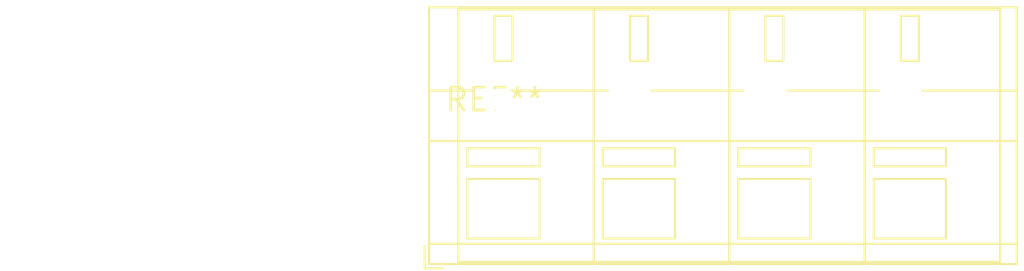
<source format=kicad_pcb>
(kicad_pcb (version 20240108) (generator pcbnew)
  (layers (0 "F.Cu" signal) (31 "B.Cu" signal) (34 "B.Paste" user) (35 "F.Paste" user) (36 "B.SilkS" user "B.Silkscreen") (37 "F.SilkS" user "F.Silkscreen") (38 "B.Mask" user) (39 "F.Mask" user) (44 "Edge.Cuts" user))
  (net 0 "")
  (footprint "TerminalBlock_WAGO_236-204_1x04_P7.50mm_45Degree" (layer "F.Cu") (at 0 0)
    (property "Reference" "REF**")
    (property "Value" "TerminalBlock_WAGO_236-204_1x04_P7.50mm_45Degree")
    (fp_line (start -3.86 8.12) (end -3.86 9.36) (layer "F.SilkS") (stroke (width 0.12)))
    (fp_line (start -3.86 9.36) (end -2.86 9.36) (layer "F.SilkS") (stroke (width 0.12)))
    (fp_line (start -3.62 -5.12) (end -3.62 9.12) (layer "F.SilkS") (stroke (width 0.12)))
    (fp_line (start -3.62 -5.12) (end 28.92 -5.12) (layer "F.SilkS") (stroke (width 0.12)))
    (fp_line (start -3.62 -0.5) (end -1.23 -0.5) (layer "F.SilkS") (stroke (width 0.12)))
    (fp_line (start -3.62 2.3) (end 28.92 2.3) (layer "F.SilkS") (stroke (width 0.12)))
    (fp_line (start -3.62 8) (end 28.92 8) (layer "F.SilkS") (stroke (width 0.12)))
    (fp_line (start -3.62 9.12) (end 28.92 9.12) (layer "F.SilkS") (stroke (width 0.12)))
    (fp_line (start -2 -5) (end -2 9) (layer "F.SilkS") (stroke (width 0.12)))
    (fp_line (start -2 -5) (end 5.5 -5) (layer "F.SilkS") (stroke (width 0.12)))
    (fp_line (start -2 9) (end 5.5 9) (layer "F.SilkS") (stroke (width 0.12)))
    (fp_line (start -1.5 2.7) (end -1.5 3.7) (layer "F.SilkS") (stroke (width 0.12)))
    (fp_line (start -1.5 2.7) (end 2.5 2.7) (layer "F.SilkS") (stroke (width 0.12)))
    (fp_line (start -1.5 3.7) (end 2.5 3.7) (layer "F.SilkS") (stroke (width 0.12)))
    (fp_line (start -1.5 4.4) (end -1.5 7.7) (layer "F.SilkS") (stroke (width 0.12)))
    (fp_line (start -1.5 4.4) (end 2.5 4.4) (layer "F.SilkS") (stroke (width 0.12)))
    (fp_line (start -1.5 7.7) (end 2.5 7.7) (layer "F.SilkS") (stroke (width 0.12)))
    (fp_line (start 0 -4.65) (end 0 -2.151) (layer "F.SilkS") (stroke (width 0.12)))
    (fp_line (start 0 -4.65) (end 1 -4.65) (layer "F.SilkS") (stroke (width 0.12)))
    (fp_line (start 0 -2.151) (end 1 -2.151) (layer "F.SilkS") (stroke (width 0.12)))
    (fp_line (start 1 -4.65) (end 1 -2.151) (layer "F.SilkS") (stroke (width 0.12)))
    (fp_line (start 1.23 -0.5) (end 6.27 -0.5) (layer "F.SilkS") (stroke (width 0.12)))
    (fp_line (start 2.5 2.7) (end 2.5 3.7) (layer "F.SilkS") (stroke (width 0.12)))
    (fp_line (start 2.5 4.4) (end 2.5 7.7) (layer "F.SilkS") (stroke (width 0.12)))
    (fp_line (start 5.5 -5) (end 5.5 9) (layer "F.SilkS") (stroke (width 0.12)))
    (fp_line (start 5.5 -5) (end 5.5 9) (layer "F.SilkS") (stroke (width 0.12)))
    (fp_line (start 5.5 -5) (end 13 -5) (layer "F.SilkS") (stroke (width 0.12)))
    (fp_line (start 5.5 9) (end 13 9) (layer "F.SilkS") (stroke (width 0.12)))
    (fp_line (start 6 2.7) (end 6 3.7) (layer "F.SilkS") (stroke (width 0.12)))
    (fp_line (start 6 2.7) (end 10 2.7) (layer "F.SilkS") (stroke (width 0.12)))
    (fp_line (start 6 3.7) (end 10 3.7) (layer "F.SilkS") (stroke (width 0.12)))
    (fp_line (start 6 4.4) (end 6 7.7) (layer "F.SilkS") (stroke (width 0.12)))
    (fp_line (start 6 4.4) (end 10 4.4) (layer "F.SilkS") (stroke (width 0.12)))
    (fp_line (start 6 7.7) (end 10 7.7) (layer "F.SilkS") (stroke (width 0.12)))
    (fp_line (start 7.5 -4.65) (end 7.5 -2.151) (layer "F.SilkS") (stroke (width 0.12)))
    (fp_line (start 7.5 -4.65) (end 8.5 -4.65) (layer "F.SilkS") (stroke (width 0.12)))
    (fp_line (start 7.5 -2.151) (end 8.5 -2.151) (layer "F.SilkS") (stroke (width 0.12)))
    (fp_line (start 8.5 -4.65) (end 8.5 -2.151) (layer "F.SilkS") (stroke (width 0.12)))
    (fp_line (start 8.73 -0.5) (end 13.77 -0.5) (layer "F.SilkS") (stroke (width 0.12)))
    (fp_line (start 10 2.7) (end 10 3.7) (layer "F.SilkS") (stroke (width 0.12)))
    (fp_line (start 10 4.4) (end 10 7.7) (layer "F.SilkS") (stroke (width 0.12)))
    (fp_line (start 13 -5) (end 13 9) (layer "F.SilkS") (stroke (width 0.12)))
    (fp_line (start 13 -5) (end 13 9) (layer "F.SilkS") (stroke (width 0.12)))
    (fp_line (start 13 -5) (end 20.5 -5) (layer "F.SilkS") (stroke (width 0.12)))
    (fp_line (start 13 9) (end 20.5 9) (layer "F.SilkS") (stroke (width 0.12)))
    (fp_line (start 13.5 2.7) (end 13.5 3.7) (layer "F.SilkS") (stroke (width 0.12)))
    (fp_line (start 13.5 2.7) (end 17.5 2.7) (layer "F.SilkS") (stroke (width 0.12)))
    (fp_line (start 13.5 3.7) (end 17.5 3.7) (layer "F.SilkS") (stroke (width 0.12)))
    (fp_line (start 13.5 4.4) (end 13.5 7.7) (layer "F.SilkS") (stroke (width 0.12)))
    (fp_line (start 13.5 4.4) (end 17.5 4.4) (layer "F.SilkS") (stroke (width 0.12)))
    (fp_line (start 13.5 7.7) (end 17.5 7.7) (layer "F.SilkS") (stroke (width 0.12)))
    (fp_line (start 15 -4.65) (end 15 -2.151) (layer "F.SilkS") (stroke (width 0.12)))
    (fp_line (start 15 -4.65) (end 16 -4.65) (layer "F.SilkS") (stroke (width 0.12)))
    (fp_line (start 15 -2.151) (end 16 -2.151) (layer "F.SilkS") (stroke (width 0.12)))
    (fp_line (start 16 -4.65) (end 16 -2.151) (layer "F.SilkS") (stroke (width 0.12)))
    (fp_line (start 16.23 -0.5) (end 21.27 -0.5) (layer "F.SilkS") (stroke (width 0.12)))
    (fp_line (start 17.5 2.7) (end 17.5 3.7) (layer "F.SilkS") (stroke (width 0.12)))
    (fp_line (start 17.5 4.4) (end 17.5 7.7) (layer "F.SilkS") (stroke (width 0.12)))
    (fp_line (start 20.5 -5) (end 20.5 9) (layer "F.SilkS") (stroke (width 0.12)))
    (fp_line (start 20.5 -5) (end 20.5 9) (layer "F.SilkS") (stroke (width 0.12)))
    (fp_line (start 20.5 -5) (end 28 -5) (layer "F.SilkS") (stroke (width 0.12)))
    (fp_line (start 20.5 9) (end 28 9) (layer "F.SilkS") (stroke (width 0.12)))
    (fp_line (start 21 2.7) (end 21 3.7) (layer "F.SilkS") (stroke (width 0.12)))
    (fp_line (start 21 2.7) (end 25 2.7) (layer "F.SilkS") (stroke (width 0.12)))
    (fp_line (start 21 3.7) (end 25 3.7) (layer "F.SilkS") (stroke (width 0.12)))
    (fp_line (start 21 4.4) (end 21 7.7) (layer "F.SilkS") (stroke (width 0.12)))
    (fp_line (start 21 4.4) (end 25 4.4) (layer "F.SilkS") (stroke (width 0.12)))
    (fp_line (start 21 7.7) (end 25 7.7) (layer "F.SilkS") (stroke (width 0.12)))
    (fp_line (start 22.5 -4.65) (end 22.5 -2.151) (layer "F.SilkS") (stroke (width 0.12)))
    (fp_line (start 22.5 -4.65) (end 23.5 -4.65) (layer "F.SilkS") (stroke (width 0.12)))
    (fp_line (start 22.5 -2.151) (end 23.5 -2.151) (layer "F.SilkS") (stroke (width 0.12)))
    (fp_line (start 23.5 -4.65) (end 23.5 -2.151) (layer "F.SilkS") (stroke (width 0.12)))
    (fp_line (start 23.73 -0.5) (end 28.92 -0.5) (layer "F.SilkS") (stroke (width 0.12)))
    (fp_line (start 25 2.7) (end 25 3.7) (layer "F.SilkS") (stroke (width 0.12)))
    (fp_line (start 25 4.4) (end 25 7.7) (layer "F.SilkS") (stroke (width 0.12)))
    (fp_line (start 28 -5) (end 28 9) (layer "F.SilkS") (stroke (width 0.12)))
    (fp_line (start 28.92 -5.12) (end 28.92 9.12) (layer "F.SilkS") (stroke (width 0.12)))
    (pad "1" thru_hole rect (at 0 0) (size 1.5 3) (drill 1.15) (layers *.Cu *.Mask) (remove_unused_layers))
    (pad "2" thru_hole oval (at 7.5 0) (size 1.5 3) (drill 1.15) (layers *.Cu *.Mask) (remove_unused_layers))
    (pad "3" thru_hole oval (at 15 0) (size 1.5 3) (drill 1.15) (layers *.Cu *.Mask) (remove_unused_layers))
    (pad "4" thru_hole oval (at 22.5 0) (size 1.5 3) (drill 1.15) (layers *.Cu *.Mask) (remove_unused_layers))
  )
)
</source>
